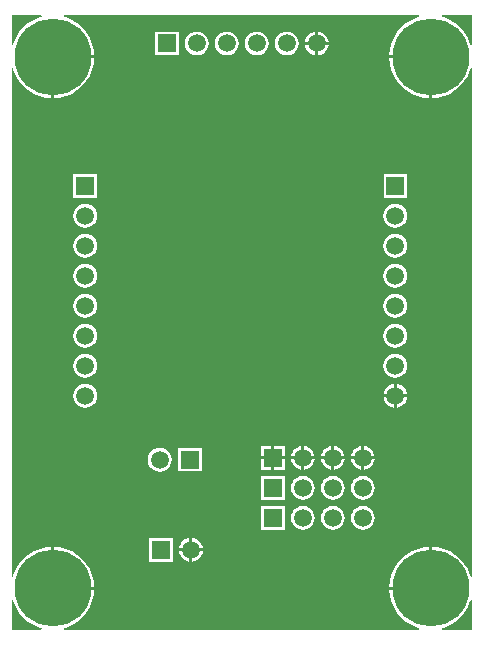
<source format=gbl>
G04 Layer_Physical_Order=2*
G04 Layer_Color=16711680*
%FSLAX24Y24*%
%MOIN*%
G70*
G01*
G75*
%ADD13C,0.2559*%
%ADD14R,0.0591X0.0591*%
%ADD15C,0.0591*%
%ADD16R,0.0591X0.0591*%
G36*
X1197Y20619D02*
X1147Y20607D01*
X947Y20524D01*
X761Y20411D01*
X596Y20270D01*
X455Y20105D01*
X342Y19920D01*
X259Y19719D01*
X247Y19669D01*
X197Y19675D01*
Y20669D01*
X1191D01*
X1197Y20619D01*
D02*
G37*
G36*
X13795D02*
X13746Y20607D01*
X13545Y20524D01*
X13360Y20411D01*
X13195Y20270D01*
X13054Y20105D01*
X12940Y19920D01*
X12857Y19719D01*
X12806Y19508D01*
X12793Y19341D01*
X14173D01*
Y19291D01*
X14223D01*
Y17911D01*
X14390Y17925D01*
X14601Y17975D01*
X14801Y18058D01*
X14987Y18172D01*
X15152Y18313D01*
X15293Y18478D01*
X15406Y18663D01*
X15489Y18864D01*
X15501Y18913D01*
X15551Y18907D01*
Y1959D01*
X15501Y1953D01*
X15489Y2002D01*
X15406Y2203D01*
X15293Y2388D01*
X15152Y2553D01*
X14987Y2694D01*
X14801Y2808D01*
X14601Y2891D01*
X14390Y2942D01*
X14223Y2955D01*
Y1575D01*
X14173D01*
Y1525D01*
X12793D01*
X12806Y1358D01*
X12857Y1147D01*
X12940Y947D01*
X13054Y761D01*
X13195Y596D01*
X13360Y455D01*
X13545Y342D01*
X13746Y259D01*
X13795Y247D01*
X13789Y197D01*
X1959D01*
X1953Y247D01*
X2002Y259D01*
X2203Y342D01*
X2388Y455D01*
X2553Y596D01*
X2694Y761D01*
X2808Y947D01*
X2891Y1147D01*
X2942Y1358D01*
X2955Y1525D01*
X1575D01*
Y1575D01*
X1525D01*
Y2955D01*
X1358Y2942D01*
X1147Y2891D01*
X947Y2808D01*
X761Y2694D01*
X596Y2553D01*
X455Y2388D01*
X342Y2203D01*
X259Y2002D01*
X247Y1953D01*
X197Y1959D01*
Y18907D01*
X247Y18913D01*
X259Y18864D01*
X342Y18663D01*
X455Y18478D01*
X596Y18313D01*
X761Y18172D01*
X947Y18058D01*
X1147Y17975D01*
X1358Y17925D01*
X1525Y17911D01*
Y19291D01*
X1575D01*
Y19341D01*
X2955D01*
X2942Y19508D01*
X2891Y19719D01*
X2808Y19920D01*
X2694Y20105D01*
X2553Y20270D01*
X2388Y20411D01*
X2203Y20524D01*
X2002Y20607D01*
X1953Y20619D01*
X1959Y20669D01*
X13789D01*
X13795Y20619D01*
D02*
G37*
G36*
X15551Y20630D02*
Y19675D01*
X15501Y19669D01*
X15489Y19719D01*
X15406Y19920D01*
X15293Y20105D01*
X15152Y20270D01*
X14987Y20411D01*
X14801Y20524D01*
X14601Y20607D01*
X14551Y20619D01*
X14557Y20669D01*
X15535D01*
X15551Y20630D01*
D02*
G37*
G36*
X259Y1147D02*
X342Y947D01*
X455Y761D01*
X596Y596D01*
X761Y455D01*
X947Y342D01*
X1147Y259D01*
X1197Y247D01*
X1191Y197D01*
X197D01*
Y1191D01*
X247Y1197D01*
X259Y1147D01*
D02*
G37*
G36*
X15551Y1191D02*
Y197D01*
X14557D01*
X14551Y247D01*
X14601Y259D01*
X14801Y342D01*
X14987Y455D01*
X15152Y596D01*
X15293Y761D01*
X15406Y947D01*
X15489Y1147D01*
X15501Y1197D01*
X15551Y1191D01*
D02*
G37*
%LPC*%
G36*
X9858Y5871D02*
X9516D01*
X9523Y5818D01*
X9563Y5722D01*
X9626Y5639D01*
X9709Y5576D01*
X9805Y5536D01*
X9858Y5529D01*
Y5871D01*
D02*
G37*
G36*
X10300D02*
X9958D01*
Y5529D01*
X10011Y5536D01*
X10108Y5576D01*
X10190Y5639D01*
X10254Y5722D01*
X10293Y5818D01*
X10300Y5871D01*
D02*
G37*
G36*
X10858D02*
X10516D01*
X10523Y5818D01*
X10563Y5722D01*
X10626Y5639D01*
X10709Y5576D01*
X10805Y5536D01*
X10858Y5529D01*
Y5871D01*
D02*
G37*
G36*
X6537Y6261D02*
X5746D01*
Y5471D01*
X6537D01*
Y6261D01*
D02*
G37*
G36*
X5142Y6265D02*
X5039Y6251D01*
X4942Y6211D01*
X4860Y6148D01*
X4796Y6065D01*
X4757Y5969D01*
X4743Y5866D01*
X4757Y5763D01*
X4796Y5667D01*
X4860Y5584D01*
X4942Y5521D01*
X5039Y5481D01*
X5142Y5467D01*
X5245Y5481D01*
X5341Y5521D01*
X5424Y5584D01*
X5487Y5667D01*
X5527Y5763D01*
X5540Y5866D01*
X5527Y5969D01*
X5487Y6065D01*
X5424Y6148D01*
X5341Y6211D01*
X5245Y6251D01*
X5142Y6265D01*
D02*
G37*
G36*
X9304Y5871D02*
X8958D01*
Y5526D01*
X9304D01*
Y5871D01*
D02*
G37*
G36*
X8858D02*
X8513D01*
Y5526D01*
X8858D01*
Y5871D01*
D02*
G37*
G36*
X9858Y6313D02*
X9805Y6306D01*
X9709Y6267D01*
X9626Y6203D01*
X9563Y6121D01*
X9523Y6024D01*
X9516Y5971D01*
X9858D01*
Y6313D01*
D02*
G37*
G36*
X9304Y6317D02*
X8958D01*
Y5971D01*
X9304D01*
Y6317D01*
D02*
G37*
G36*
X10858Y6313D02*
X10805Y6306D01*
X10709Y6267D01*
X10626Y6203D01*
X10563Y6121D01*
X10523Y6024D01*
X10516Y5971D01*
X10858D01*
Y6313D01*
D02*
G37*
G36*
X9958D02*
Y5971D01*
X10300D01*
X10293Y6024D01*
X10254Y6121D01*
X10190Y6203D01*
X10108Y6267D01*
X10011Y6306D01*
X9958Y6313D01*
D02*
G37*
G36*
X11858Y5871D02*
X11516D01*
X11523Y5818D01*
X11563Y5722D01*
X11626Y5639D01*
X11709Y5576D01*
X11805Y5536D01*
X11858Y5529D01*
Y5871D01*
D02*
G37*
G36*
X11300D02*
X10958D01*
Y5529D01*
X11011Y5536D01*
X11108Y5576D01*
X11190Y5639D01*
X11254Y5722D01*
X11293Y5818D01*
X11300Y5871D01*
D02*
G37*
G36*
X8858Y6317D02*
X8513D01*
Y5971D01*
X8858D01*
Y6317D01*
D02*
G37*
G36*
X12300Y5871D02*
X11958D01*
Y5529D01*
X12011Y5536D01*
X12108Y5576D01*
X12190Y5639D01*
X12254Y5722D01*
X12293Y5818D01*
X12300Y5871D01*
D02*
G37*
G36*
X6570Y2809D02*
X6228D01*
Y2467D01*
X6281Y2474D01*
X6377Y2514D01*
X6459Y2577D01*
X6523Y2660D01*
X6563Y2756D01*
X6570Y2809D01*
D02*
G37*
G36*
X6128Y3251D02*
X6074Y3244D01*
X5978Y3204D01*
X5896Y3141D01*
X5832Y3058D01*
X5792Y2962D01*
X5785Y2909D01*
X6128D01*
Y3251D01*
D02*
G37*
G36*
X6228D02*
Y2909D01*
X6570D01*
X6563Y2962D01*
X6523Y3058D01*
X6459Y3141D01*
X6377Y3204D01*
X6281Y3244D01*
X6228Y3251D01*
D02*
G37*
G36*
X6128Y2809D02*
X5785D01*
X5792Y2756D01*
X5832Y2660D01*
X5896Y2577D01*
X5978Y2514D01*
X6074Y2474D01*
X6128Y2467D01*
Y2809D01*
D02*
G37*
G36*
X14123Y2955D02*
X13957Y2942D01*
X13746Y2891D01*
X13545Y2808D01*
X13360Y2694D01*
X13195Y2553D01*
X13054Y2388D01*
X12940Y2203D01*
X12857Y2002D01*
X12806Y1791D01*
X12793Y1625D01*
X14123D01*
Y2955D01*
D02*
G37*
G36*
X1625Y2955D02*
Y1625D01*
X2955D01*
X2942Y1791D01*
X2891Y2002D01*
X2808Y2203D01*
X2694Y2388D01*
X2553Y2553D01*
X2388Y2694D01*
X2203Y2808D01*
X2002Y2891D01*
X1791Y2942D01*
X1625Y2955D01*
D02*
G37*
G36*
X5573Y3254D02*
X4782D01*
Y2464D01*
X5573D01*
Y3254D01*
D02*
G37*
G36*
X9908Y4320D02*
X9805Y4306D01*
X9709Y4267D01*
X9626Y4203D01*
X9563Y4121D01*
X9523Y4024D01*
X9510Y3921D01*
X9523Y3818D01*
X9563Y3722D01*
X9626Y3639D01*
X9709Y3576D01*
X9805Y3536D01*
X9908Y3523D01*
X10011Y3536D01*
X10108Y3576D01*
X10190Y3639D01*
X10254Y3722D01*
X10293Y3818D01*
X10307Y3921D01*
X10293Y4024D01*
X10254Y4121D01*
X10190Y4203D01*
X10108Y4267D01*
X10011Y4306D01*
X9908Y4320D01*
D02*
G37*
G36*
X10908Y5320D02*
X10805Y5306D01*
X10709Y5267D01*
X10626Y5203D01*
X10563Y5121D01*
X10523Y5024D01*
X10510Y4921D01*
X10523Y4818D01*
X10563Y4722D01*
X10626Y4639D01*
X10709Y4576D01*
X10805Y4536D01*
X10908Y4523D01*
X11011Y4536D01*
X11108Y4576D01*
X11190Y4639D01*
X11254Y4722D01*
X11293Y4818D01*
X11307Y4921D01*
X11293Y5024D01*
X11254Y5121D01*
X11190Y5203D01*
X11108Y5267D01*
X11011Y5306D01*
X10908Y5320D01*
D02*
G37*
G36*
X11908D02*
X11805Y5306D01*
X11709Y5267D01*
X11626Y5203D01*
X11563Y5121D01*
X11523Y5024D01*
X11510Y4921D01*
X11523Y4818D01*
X11563Y4722D01*
X11626Y4639D01*
X11709Y4576D01*
X11805Y4536D01*
X11908Y4523D01*
X12011Y4536D01*
X12108Y4576D01*
X12190Y4639D01*
X12254Y4722D01*
X12293Y4818D01*
X12307Y4921D01*
X12293Y5024D01*
X12254Y5121D01*
X12190Y5203D01*
X12108Y5267D01*
X12011Y5306D01*
X11908Y5320D01*
D02*
G37*
G36*
X9304Y5317D02*
X8513D01*
Y4526D01*
X9304D01*
Y5317D01*
D02*
G37*
G36*
X9908Y5320D02*
X9805Y5306D01*
X9709Y5267D01*
X9626Y5203D01*
X9563Y5121D01*
X9523Y5024D01*
X9510Y4921D01*
X9523Y4818D01*
X9563Y4722D01*
X9626Y4639D01*
X9709Y4576D01*
X9805Y4536D01*
X9908Y4523D01*
X10011Y4536D01*
X10108Y4576D01*
X10190Y4639D01*
X10254Y4722D01*
X10293Y4818D01*
X10307Y4921D01*
X10293Y5024D01*
X10254Y5121D01*
X10190Y5203D01*
X10108Y5267D01*
X10011Y5306D01*
X9908Y5320D01*
D02*
G37*
G36*
X10908Y4320D02*
X10805Y4306D01*
X10709Y4267D01*
X10626Y4203D01*
X10563Y4121D01*
X10523Y4024D01*
X10510Y3921D01*
X10523Y3818D01*
X10563Y3722D01*
X10626Y3639D01*
X10709Y3576D01*
X10805Y3536D01*
X10908Y3523D01*
X11011Y3536D01*
X11108Y3576D01*
X11190Y3639D01*
X11254Y3722D01*
X11293Y3818D01*
X11307Y3921D01*
X11293Y4024D01*
X11254Y4121D01*
X11190Y4203D01*
X11108Y4267D01*
X11011Y4306D01*
X10908Y4320D01*
D02*
G37*
G36*
X11908D02*
X11805Y4306D01*
X11709Y4267D01*
X11626Y4203D01*
X11563Y4121D01*
X11523Y4024D01*
X11510Y3921D01*
X11523Y3818D01*
X11563Y3722D01*
X11626Y3639D01*
X11709Y3576D01*
X11805Y3536D01*
X11908Y3523D01*
X12011Y3536D01*
X12108Y3576D01*
X12190Y3639D01*
X12254Y3722D01*
X12293Y3818D01*
X12307Y3921D01*
X12293Y4024D01*
X12254Y4121D01*
X12190Y4203D01*
X12108Y4267D01*
X12011Y4306D01*
X11908Y4320D01*
D02*
G37*
G36*
X9304Y4317D02*
X8513D01*
Y3526D01*
X9304D01*
Y4317D01*
D02*
G37*
G36*
X10958Y6313D02*
Y5971D01*
X11300D01*
X11293Y6024D01*
X11254Y6121D01*
X11190Y6203D01*
X11108Y6267D01*
X11011Y6306D01*
X10958Y6313D01*
D02*
G37*
G36*
X14123Y19241D02*
X12793D01*
X12806Y19075D01*
X12857Y18864D01*
X12940Y18663D01*
X13054Y18478D01*
X13195Y18313D01*
X13360Y18172D01*
X13545Y18058D01*
X13746Y17975D01*
X13957Y17925D01*
X14123Y17911D01*
Y19241D01*
D02*
G37*
G36*
X13387Y15387D02*
X12597D01*
Y14597D01*
X13387D01*
Y15387D01*
D02*
G37*
G36*
X6374Y20134D02*
X6271Y20120D01*
X6175Y20080D01*
X6093Y20017D01*
X6029Y19934D01*
X5989Y19838D01*
X5976Y19735D01*
X5989Y19632D01*
X6029Y19536D01*
X6093Y19453D01*
X6175Y19390D01*
X6271Y19350D01*
X6374Y19336D01*
X6478Y19350D01*
X6574Y19390D01*
X6656Y19453D01*
X6720Y19536D01*
X6760Y19632D01*
X6773Y19735D01*
X6760Y19838D01*
X6720Y19934D01*
X6656Y20017D01*
X6574Y20080D01*
X6478Y20120D01*
X6374Y20134D01*
D02*
G37*
G36*
X2955Y19241D02*
X1625D01*
Y17911D01*
X1791Y17925D01*
X2002Y17975D01*
X2203Y18058D01*
X2388Y18172D01*
X2553Y18313D01*
X2694Y18478D01*
X2808Y18663D01*
X2891Y18864D01*
X2942Y19075D01*
X2955Y19241D01*
D02*
G37*
G36*
X2657Y14391D02*
X2554Y14377D01*
X2458Y14337D01*
X2376Y14274D01*
X2312Y14191D01*
X2272Y14095D01*
X2259Y13992D01*
X2272Y13889D01*
X2312Y13793D01*
X2376Y13710D01*
X2458Y13647D01*
X2554Y13607D01*
X2657Y13593D01*
X2761Y13607D01*
X2857Y13647D01*
X2939Y13710D01*
X3003Y13793D01*
X3043Y13889D01*
X3056Y13992D01*
X3043Y14095D01*
X3003Y14191D01*
X2939Y14274D01*
X2857Y14337D01*
X2761Y14377D01*
X2657Y14391D01*
D02*
G37*
G36*
X12992Y13391D02*
X12889Y13377D01*
X12793Y13337D01*
X12710Y13274D01*
X12647Y13191D01*
X12607Y13095D01*
X12593Y12992D01*
X12607Y12889D01*
X12647Y12793D01*
X12710Y12710D01*
X12793Y12647D01*
X12889Y12607D01*
X12992Y12593D01*
X13095Y12607D01*
X13191Y12647D01*
X13274Y12710D01*
X13337Y12793D01*
X13377Y12889D01*
X13391Y12992D01*
X13377Y13095D01*
X13337Y13191D01*
X13274Y13274D01*
X13191Y13337D01*
X13095Y13377D01*
X12992Y13391D01*
D02*
G37*
G36*
X3053Y15387D02*
X2262D01*
Y14597D01*
X3053D01*
Y15387D01*
D02*
G37*
G36*
X12992Y14391D02*
X12889Y14377D01*
X12793Y14337D01*
X12710Y14274D01*
X12647Y14191D01*
X12607Y14095D01*
X12593Y13992D01*
X12607Y13889D01*
X12647Y13793D01*
X12710Y13710D01*
X12793Y13647D01*
X12889Y13607D01*
X12992Y13593D01*
X13095Y13607D01*
X13191Y13647D01*
X13274Y13710D01*
X13337Y13793D01*
X13377Y13889D01*
X13391Y13992D01*
X13377Y14095D01*
X13337Y14191D01*
X13274Y14274D01*
X13191Y14337D01*
X13095Y14377D01*
X12992Y14391D01*
D02*
G37*
G36*
X10767Y19685D02*
X10424D01*
Y19343D01*
X10478Y19350D01*
X10574Y19390D01*
X10656Y19453D01*
X10720Y19536D01*
X10760Y19632D01*
X10767Y19685D01*
D02*
G37*
G36*
X10324D02*
X9982D01*
X9989Y19632D01*
X10029Y19536D01*
X10093Y19453D01*
X10175Y19390D01*
X10271Y19350D01*
X10324Y19343D01*
Y19685D01*
D02*
G37*
G36*
X10424Y20127D02*
Y19785D01*
X10767D01*
X10760Y19838D01*
X10720Y19934D01*
X10656Y20017D01*
X10574Y20080D01*
X10478Y20120D01*
X10424Y20127D01*
D02*
G37*
G36*
X10324D02*
X10271Y20120D01*
X10175Y20080D01*
X10093Y20017D01*
X10029Y19934D01*
X9989Y19838D01*
X9982Y19785D01*
X10324D01*
Y20127D01*
D02*
G37*
G36*
X8374Y20134D02*
X8271Y20120D01*
X8175Y20080D01*
X8092Y20017D01*
X8029Y19934D01*
X7989Y19838D01*
X7976Y19735D01*
X7989Y19632D01*
X8029Y19536D01*
X8092Y19453D01*
X8175Y19390D01*
X8271Y19350D01*
X8374Y19336D01*
X8478Y19350D01*
X8574Y19390D01*
X8656Y19453D01*
X8720Y19536D01*
X8760Y19632D01*
X8773Y19735D01*
X8760Y19838D01*
X8720Y19934D01*
X8656Y20017D01*
X8574Y20080D01*
X8478Y20120D01*
X8374Y20134D01*
D02*
G37*
G36*
X7374D02*
X7271Y20120D01*
X7175Y20080D01*
X7092Y20017D01*
X7029Y19934D01*
X6989Y19838D01*
X6976Y19735D01*
X6989Y19632D01*
X7029Y19536D01*
X7092Y19453D01*
X7175Y19390D01*
X7271Y19350D01*
X7374Y19336D01*
X7478Y19350D01*
X7574Y19390D01*
X7656Y19453D01*
X7720Y19536D01*
X7760Y19632D01*
X7773Y19735D01*
X7760Y19838D01*
X7720Y19934D01*
X7656Y20017D01*
X7574Y20080D01*
X7478Y20120D01*
X7374Y20134D01*
D02*
G37*
G36*
X5770Y20130D02*
X4979D01*
Y19340D01*
X5770D01*
Y20130D01*
D02*
G37*
G36*
X9374Y20134D02*
X9271Y20120D01*
X9175Y20080D01*
X9093Y20017D01*
X9029Y19934D01*
X8989Y19838D01*
X8976Y19735D01*
X8989Y19632D01*
X9029Y19536D01*
X9093Y19453D01*
X9175Y19390D01*
X9271Y19350D01*
X9374Y19336D01*
X9478Y19350D01*
X9574Y19390D01*
X9656Y19453D01*
X9720Y19536D01*
X9760Y19632D01*
X9773Y19735D01*
X9760Y19838D01*
X9720Y19934D01*
X9656Y20017D01*
X9574Y20080D01*
X9478Y20120D01*
X9374Y20134D01*
D02*
G37*
G36*
X12942Y8384D02*
X12889Y8377D01*
X12793Y8337D01*
X12710Y8274D01*
X12647Y8191D01*
X12607Y8095D01*
X12600Y8042D01*
X12942D01*
Y8384D01*
D02*
G37*
G36*
X13384Y7942D02*
X13042D01*
Y7600D01*
X13095Y7607D01*
X13191Y7647D01*
X13274Y7710D01*
X13337Y7793D01*
X13377Y7889D01*
X13384Y7942D01*
D02*
G37*
G36*
X2657Y9391D02*
X2554Y9377D01*
X2458Y9337D01*
X2376Y9274D01*
X2312Y9191D01*
X2272Y9095D01*
X2259Y8992D01*
X2272Y8889D01*
X2312Y8793D01*
X2376Y8710D01*
X2458Y8647D01*
X2554Y8607D01*
X2657Y8593D01*
X2761Y8607D01*
X2857Y8647D01*
X2939Y8710D01*
X3003Y8793D01*
X3043Y8889D01*
X3056Y8992D01*
X3043Y9095D01*
X3003Y9191D01*
X2939Y9274D01*
X2857Y9337D01*
X2761Y9377D01*
X2657Y9391D01*
D02*
G37*
G36*
X13042Y8384D02*
Y8042D01*
X13384D01*
X13377Y8095D01*
X13337Y8191D01*
X13274Y8274D01*
X13191Y8337D01*
X13095Y8377D01*
X13042Y8384D01*
D02*
G37*
G36*
X11958Y6313D02*
Y5971D01*
X12300D01*
X12293Y6024D01*
X12254Y6121D01*
X12190Y6203D01*
X12108Y6267D01*
X12011Y6306D01*
X11958Y6313D01*
D02*
G37*
G36*
X11858D02*
X11805Y6306D01*
X11709Y6267D01*
X11626Y6203D01*
X11563Y6121D01*
X11523Y6024D01*
X11516Y5971D01*
X11858D01*
Y6313D01*
D02*
G37*
G36*
X12942Y7942D02*
X12600D01*
X12607Y7889D01*
X12647Y7793D01*
X12710Y7710D01*
X12793Y7647D01*
X12889Y7607D01*
X12942Y7600D01*
Y7942D01*
D02*
G37*
G36*
X2657Y8391D02*
X2554Y8377D01*
X2458Y8337D01*
X2376Y8274D01*
X2312Y8191D01*
X2272Y8095D01*
X2259Y7992D01*
X2272Y7889D01*
X2312Y7793D01*
X2376Y7710D01*
X2458Y7647D01*
X2554Y7607D01*
X2657Y7593D01*
X2761Y7607D01*
X2857Y7647D01*
X2939Y7710D01*
X3003Y7793D01*
X3043Y7889D01*
X3056Y7992D01*
X3043Y8095D01*
X3003Y8191D01*
X2939Y8274D01*
X2857Y8337D01*
X2761Y8377D01*
X2657Y8391D01*
D02*
G37*
G36*
Y12391D02*
X2554Y12377D01*
X2458Y12337D01*
X2376Y12274D01*
X2312Y12191D01*
X2272Y12095D01*
X2259Y11992D01*
X2272Y11889D01*
X2312Y11793D01*
X2376Y11710D01*
X2458Y11647D01*
X2554Y11607D01*
X2657Y11593D01*
X2761Y11607D01*
X2857Y11647D01*
X2939Y11710D01*
X3003Y11793D01*
X3043Y11889D01*
X3056Y11992D01*
X3043Y12095D01*
X3003Y12191D01*
X2939Y12274D01*
X2857Y12337D01*
X2761Y12377D01*
X2657Y12391D01*
D02*
G37*
G36*
X12992Y11391D02*
X12889Y11377D01*
X12793Y11337D01*
X12710Y11274D01*
X12647Y11191D01*
X12607Y11095D01*
X12593Y10992D01*
X12607Y10889D01*
X12647Y10793D01*
X12710Y10710D01*
X12793Y10647D01*
X12889Y10607D01*
X12992Y10593D01*
X13095Y10607D01*
X13191Y10647D01*
X13274Y10710D01*
X13337Y10793D01*
X13377Y10889D01*
X13391Y10992D01*
X13377Y11095D01*
X13337Y11191D01*
X13274Y11274D01*
X13191Y11337D01*
X13095Y11377D01*
X12992Y11391D01*
D02*
G37*
G36*
X2657Y13391D02*
X2554Y13377D01*
X2458Y13337D01*
X2376Y13274D01*
X2312Y13191D01*
X2272Y13095D01*
X2259Y12992D01*
X2272Y12889D01*
X2312Y12793D01*
X2376Y12710D01*
X2458Y12647D01*
X2554Y12607D01*
X2657Y12593D01*
X2761Y12607D01*
X2857Y12647D01*
X2939Y12710D01*
X3003Y12793D01*
X3043Y12889D01*
X3056Y12992D01*
X3043Y13095D01*
X3003Y13191D01*
X2939Y13274D01*
X2857Y13337D01*
X2761Y13377D01*
X2657Y13391D01*
D02*
G37*
G36*
X12992Y12391D02*
X12889Y12377D01*
X12793Y12337D01*
X12710Y12274D01*
X12647Y12191D01*
X12607Y12095D01*
X12593Y11992D01*
X12607Y11889D01*
X12647Y11793D01*
X12710Y11710D01*
X12793Y11647D01*
X12889Y11607D01*
X12992Y11593D01*
X13095Y11607D01*
X13191Y11647D01*
X13274Y11710D01*
X13337Y11793D01*
X13377Y11889D01*
X13391Y11992D01*
X13377Y12095D01*
X13337Y12191D01*
X13274Y12274D01*
X13191Y12337D01*
X13095Y12377D01*
X12992Y12391D01*
D02*
G37*
G36*
X2657Y10391D02*
X2554Y10377D01*
X2458Y10337D01*
X2376Y10274D01*
X2312Y10191D01*
X2272Y10095D01*
X2259Y9992D01*
X2272Y9889D01*
X2312Y9793D01*
X2376Y9710D01*
X2458Y9647D01*
X2554Y9607D01*
X2657Y9593D01*
X2761Y9607D01*
X2857Y9647D01*
X2939Y9710D01*
X3003Y9793D01*
X3043Y9889D01*
X3056Y9992D01*
X3043Y10095D01*
X3003Y10191D01*
X2939Y10274D01*
X2857Y10337D01*
X2761Y10377D01*
X2657Y10391D01*
D02*
G37*
G36*
X12992Y9391D02*
X12889Y9377D01*
X12793Y9337D01*
X12710Y9274D01*
X12647Y9191D01*
X12607Y9095D01*
X12593Y8992D01*
X12607Y8889D01*
X12647Y8793D01*
X12710Y8710D01*
X12793Y8647D01*
X12889Y8607D01*
X12992Y8593D01*
X13095Y8607D01*
X13191Y8647D01*
X13274Y8710D01*
X13337Y8793D01*
X13377Y8889D01*
X13391Y8992D01*
X13377Y9095D01*
X13337Y9191D01*
X13274Y9274D01*
X13191Y9337D01*
X13095Y9377D01*
X12992Y9391D01*
D02*
G37*
G36*
X2657Y11391D02*
X2554Y11377D01*
X2458Y11337D01*
X2376Y11274D01*
X2312Y11191D01*
X2272Y11095D01*
X2259Y10992D01*
X2272Y10889D01*
X2312Y10793D01*
X2376Y10710D01*
X2458Y10647D01*
X2554Y10607D01*
X2657Y10593D01*
X2761Y10607D01*
X2857Y10647D01*
X2939Y10710D01*
X3003Y10793D01*
X3043Y10889D01*
X3056Y10992D01*
X3043Y11095D01*
X3003Y11191D01*
X2939Y11274D01*
X2857Y11337D01*
X2761Y11377D01*
X2657Y11391D01*
D02*
G37*
G36*
X12992Y10391D02*
X12889Y10377D01*
X12793Y10337D01*
X12710Y10274D01*
X12647Y10191D01*
X12607Y10095D01*
X12593Y9992D01*
X12607Y9889D01*
X12647Y9793D01*
X12710Y9710D01*
X12793Y9647D01*
X12889Y9607D01*
X12992Y9593D01*
X13095Y9607D01*
X13191Y9647D01*
X13274Y9710D01*
X13337Y9793D01*
X13377Y9889D01*
X13391Y9992D01*
X13377Y10095D01*
X13337Y10191D01*
X13274Y10274D01*
X13191Y10337D01*
X13095Y10377D01*
X12992Y10391D01*
D02*
G37*
%LPD*%
D13*
X1575Y1575D02*
D03*
X14173Y1575D02*
D03*
X1575Y19291D02*
D03*
X14173Y19291D02*
D03*
D14*
X5178Y2859D02*
D03*
X6142Y5866D02*
D03*
X5374Y19735D02*
D03*
X8908Y3921D02*
D03*
Y4921D02*
D03*
Y5921D02*
D03*
D15*
X6178Y2859D02*
D03*
X5142Y5866D02*
D03*
X6374Y19735D02*
D03*
X7374D02*
D03*
X8374D02*
D03*
X9374D02*
D03*
X10374D02*
D03*
X11908Y3921D02*
D03*
X10908D02*
D03*
X9908D02*
D03*
X11908Y4921D02*
D03*
X10908D02*
D03*
X9908D02*
D03*
X11908Y5921D02*
D03*
X10908D02*
D03*
X9908D02*
D03*
X12992Y13992D02*
D03*
Y12992D02*
D03*
Y11992D02*
D03*
Y10992D02*
D03*
Y9992D02*
D03*
Y8992D02*
D03*
Y7992D02*
D03*
X2657Y13992D02*
D03*
Y12992D02*
D03*
Y11992D02*
D03*
Y10992D02*
D03*
Y9992D02*
D03*
Y8992D02*
D03*
Y7992D02*
D03*
D16*
X12992Y14992D02*
D03*
X2657D02*
D03*
M02*

</source>
